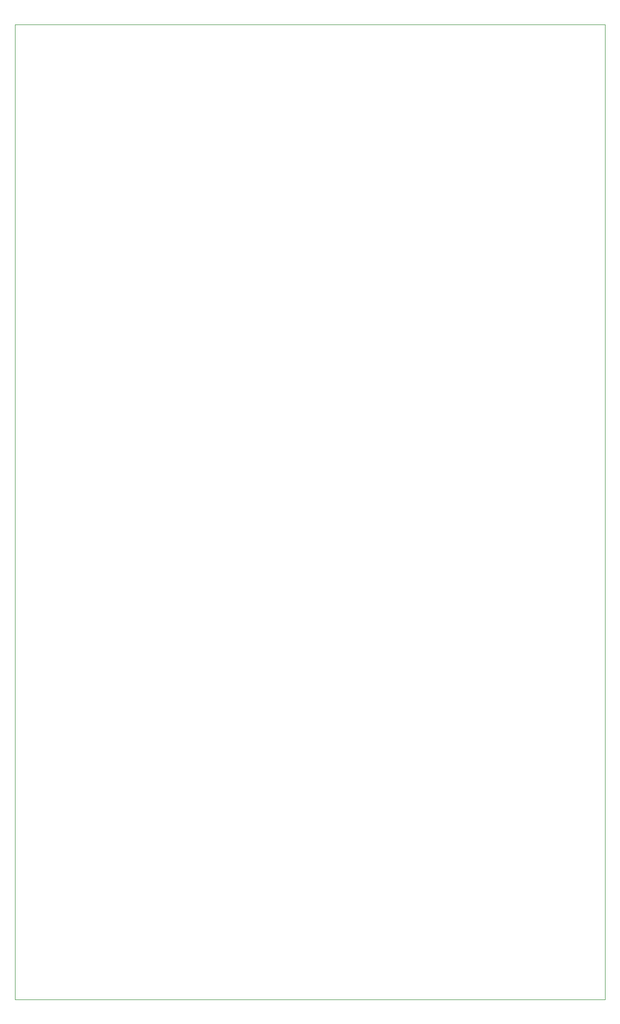
<source format=gbr>
%TF.GenerationSoftware,KiCad,Pcbnew,5.1.10-88a1d61d58~88~ubuntu20.10.1*%
%TF.CreationDate,2021-05-14T16:13:35+02:00*%
%TF.ProjectId,pico-dco,7069636f-2d64-4636-9f2e-6b696361645f,v2.0.0*%
%TF.SameCoordinates,Original*%
%TF.FileFunction,Profile,NP*%
%FSLAX46Y46*%
G04 Gerber Fmt 4.6, Leading zero omitted, Abs format (unit mm)*
G04 Created by KiCad (PCBNEW 5.1.10-88a1d61d58~88~ubuntu20.10.1) date 2021-05-14 16:13:35*
%MOMM*%
%LPD*%
G01*
G04 APERTURE LIST*
%TA.AperFunction,Profile*%
%ADD10C,0.050000*%
%TD*%
G04 APERTURE END LIST*
D10*
X150000000Y-20000000D02*
X50000000Y-20000000D01*
X150000000Y-185000000D02*
X150000000Y-20000000D01*
X50000000Y-185000000D02*
X150000000Y-185000000D01*
X50000000Y-20000000D02*
X50000000Y-185000000D01*
M02*

</source>
